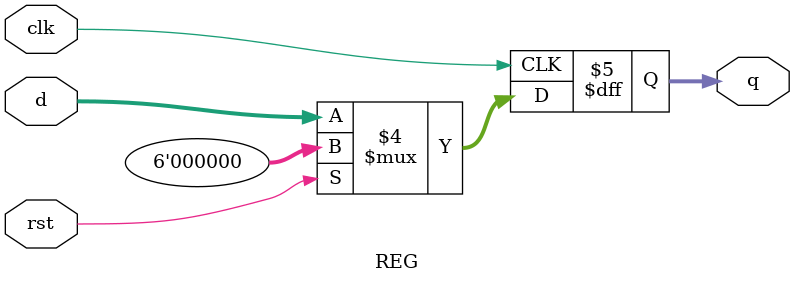
<source format=v>
module REG(d, q, clk, rst);
	input [5:0] d;
	input clk, rst;
	output reg [5:0] q;
	
	always @ (posedge clk) begin
		q <= ~rst ? d : 1'b0;
	end
endmodule
</source>
